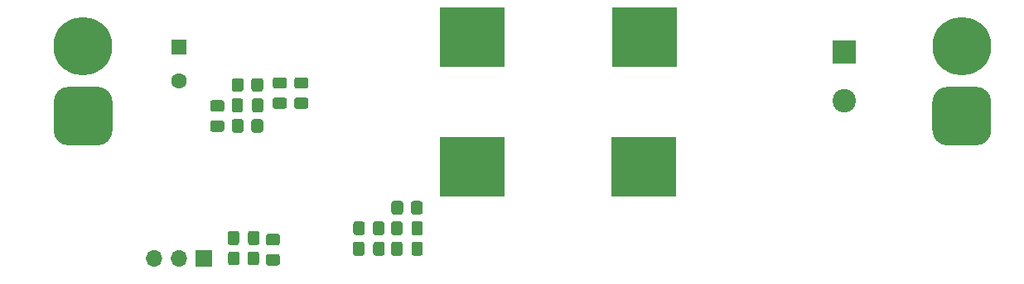
<source format=gbr>
%TF.GenerationSoftware,KiCad,Pcbnew,5.1.10*%
%TF.CreationDate,2021-11-10T11:11:15+01:00*%
%TF.ProjectId,Buck-Boost_12V,4275636b-2d42-46f6-9f73-745f3132562e,rev?*%
%TF.SameCoordinates,Original*%
%TF.FileFunction,Soldermask,Bot*%
%TF.FilePolarity,Negative*%
%FSLAX46Y46*%
G04 Gerber Fmt 4.6, Leading zero omitted, Abs format (unit mm)*
G04 Created by KiCad (PCBNEW 5.1.10) date 2021-11-10 11:11:15*
%MOMM*%
%LPD*%
G01*
G04 APERTURE LIST*
%ADD10C,1.000000*%
%ADD11R,6.598920X6.197600*%
%ADD12O,1.700000X1.700000*%
%ADD13R,1.700000X1.700000*%
%ADD14C,6.000000*%
%ADD15C,2.400000*%
%ADD16R,2.400000X2.400000*%
%ADD17C,1.600000*%
%ADD18R,1.600000X1.600000*%
G04 APERTURE END LIST*
%TO.C,R10*%
G36*
G01*
X128200000Y-80650001D02*
X128200000Y-79749999D01*
G75*
G02*
X128449999Y-79500000I249999J0D01*
G01*
X129150001Y-79500000D01*
G75*
G02*
X129400000Y-79749999I0J-249999D01*
G01*
X129400000Y-80650001D01*
G75*
G02*
X129150001Y-80900000I-249999J0D01*
G01*
X128449999Y-80900000D01*
G75*
G02*
X128200000Y-80650001I0J249999D01*
G01*
G37*
G36*
G01*
X126200000Y-80650001D02*
X126200000Y-79749999D01*
G75*
G02*
X126449999Y-79500000I249999J0D01*
G01*
X127150001Y-79500000D01*
G75*
G02*
X127400000Y-79749999I0J-249999D01*
G01*
X127400000Y-80650001D01*
G75*
G02*
X127150001Y-80900000I-249999J0D01*
G01*
X126449999Y-80900000D01*
G75*
G02*
X126200000Y-80650001I0J249999D01*
G01*
G37*
%TD*%
%TO.C,R9*%
G36*
G01*
X115800000Y-65950001D02*
X115800000Y-65049999D01*
G75*
G02*
X116049999Y-64800000I249999J0D01*
G01*
X116750001Y-64800000D01*
G75*
G02*
X117000000Y-65049999I0J-249999D01*
G01*
X117000000Y-65950001D01*
G75*
G02*
X116750001Y-66200000I-249999J0D01*
G01*
X116049999Y-66200000D01*
G75*
G02*
X115800000Y-65950001I0J249999D01*
G01*
G37*
G36*
G01*
X113800000Y-65950001D02*
X113800000Y-65049999D01*
G75*
G02*
X114049999Y-64800000I249999J0D01*
G01*
X114750001Y-64800000D01*
G75*
G02*
X115000000Y-65049999I0J-249999D01*
G01*
X115000000Y-65950001D01*
G75*
G02*
X114750001Y-66200000I-249999J0D01*
G01*
X114049999Y-66200000D01*
G75*
G02*
X113800000Y-65950001I0J249999D01*
G01*
G37*
%TD*%
%TO.C,R8*%
G36*
G01*
X132100000Y-78550001D02*
X132100000Y-77649999D01*
G75*
G02*
X132349999Y-77400000I249999J0D01*
G01*
X133050001Y-77400000D01*
G75*
G02*
X133300000Y-77649999I0J-249999D01*
G01*
X133300000Y-78550001D01*
G75*
G02*
X133050001Y-78800000I-249999J0D01*
G01*
X132349999Y-78800000D01*
G75*
G02*
X132100000Y-78550001I0J249999D01*
G01*
G37*
G36*
G01*
X130100000Y-78550001D02*
X130100000Y-77649999D01*
G75*
G02*
X130349999Y-77400000I249999J0D01*
G01*
X131050001Y-77400000D01*
G75*
G02*
X131300000Y-77649999I0J-249999D01*
G01*
X131300000Y-78550001D01*
G75*
G02*
X131050001Y-78800000I-249999J0D01*
G01*
X130349999Y-78800000D01*
G75*
G02*
X130100000Y-78550001I0J249999D01*
G01*
G37*
%TD*%
%TO.C,R7*%
G36*
G01*
X114600000Y-82849999D02*
X114600000Y-83750001D01*
G75*
G02*
X114350001Y-84000000I-249999J0D01*
G01*
X113649999Y-84000000D01*
G75*
G02*
X113400000Y-83750001I0J249999D01*
G01*
X113400000Y-82849999D01*
G75*
G02*
X113649999Y-82600000I249999J0D01*
G01*
X114350001Y-82600000D01*
G75*
G02*
X114600000Y-82849999I0J-249999D01*
G01*
G37*
G36*
G01*
X116600000Y-82849999D02*
X116600000Y-83750001D01*
G75*
G02*
X116350001Y-84000000I-249999J0D01*
G01*
X115649999Y-84000000D01*
G75*
G02*
X115400000Y-83750001I0J249999D01*
G01*
X115400000Y-82849999D01*
G75*
G02*
X115649999Y-82600000I249999J0D01*
G01*
X116350001Y-82600000D01*
G75*
G02*
X116600000Y-82849999I0J-249999D01*
G01*
G37*
%TD*%
%TO.C,R6*%
G36*
G01*
X115000000Y-69249999D02*
X115000000Y-70150001D01*
G75*
G02*
X114750001Y-70400000I-249999J0D01*
G01*
X114049999Y-70400000D01*
G75*
G02*
X113800000Y-70150001I0J249999D01*
G01*
X113800000Y-69249999D01*
G75*
G02*
X114049999Y-69000000I249999J0D01*
G01*
X114750001Y-69000000D01*
G75*
G02*
X115000000Y-69249999I0J-249999D01*
G01*
G37*
G36*
G01*
X117000000Y-69249999D02*
X117000000Y-70150001D01*
G75*
G02*
X116750001Y-70400000I-249999J0D01*
G01*
X116049999Y-70400000D01*
G75*
G02*
X115800000Y-70150001I0J249999D01*
G01*
X115800000Y-69249999D01*
G75*
G02*
X116049999Y-69000000I249999J0D01*
G01*
X116750001Y-69000000D01*
G75*
G02*
X117000000Y-69249999I0J-249999D01*
G01*
G37*
%TD*%
D10*
%TO.C,Q4*%
X157170000Y-71360000D03*
X158440000Y-72630000D03*
X155900000Y-73900000D03*
X155900000Y-76440000D03*
X154630000Y-76440000D03*
X155900000Y-71360000D03*
X157170000Y-76440000D03*
X157170000Y-75170000D03*
X157170000Y-73900000D03*
X158440000Y-76440000D03*
X154630000Y-75170000D03*
X154630000Y-73900000D03*
X154630000Y-72630000D03*
X157170000Y-72630000D03*
X158440000Y-73900000D03*
X158440000Y-75170000D03*
X158440000Y-71360000D03*
X153360000Y-75170000D03*
X153360000Y-76440000D03*
D11*
X155900000Y-73900000D03*
D10*
X155900000Y-75170000D03*
X154630000Y-71360000D03*
X153360000Y-71360000D03*
X153360000Y-72630000D03*
X153360000Y-73900000D03*
X155900000Y-72630000D03*
%TD*%
%TO.C,Q3*%
X157270000Y-58060000D03*
X158540000Y-59330000D03*
X156000000Y-60600000D03*
X156000000Y-63140000D03*
X154730000Y-63140000D03*
X156000000Y-58060000D03*
X157270000Y-63140000D03*
X157270000Y-61870000D03*
X157270000Y-60600000D03*
X158540000Y-63140000D03*
X154730000Y-61870000D03*
X154730000Y-60600000D03*
X154730000Y-59330000D03*
X157270000Y-59330000D03*
X158540000Y-60600000D03*
X158540000Y-61870000D03*
X158540000Y-58060000D03*
X153460000Y-61870000D03*
X153460000Y-63140000D03*
D11*
X156000000Y-60600000D03*
D10*
X156000000Y-61870000D03*
X154730000Y-58060000D03*
X153460000Y-58060000D03*
X153460000Y-59330000D03*
X153460000Y-60600000D03*
X156000000Y-59330000D03*
%TD*%
%TO.C,Q2*%
X139670000Y-71360000D03*
X140940000Y-72630000D03*
X138400000Y-73900000D03*
X138400000Y-76440000D03*
X137130000Y-76440000D03*
X138400000Y-71360000D03*
X139670000Y-76440000D03*
X139670000Y-75170000D03*
X139670000Y-73900000D03*
X140940000Y-76440000D03*
X137130000Y-75170000D03*
X137130000Y-73900000D03*
X137130000Y-72630000D03*
X139670000Y-72630000D03*
X140940000Y-73900000D03*
X140940000Y-75170000D03*
X140940000Y-71360000D03*
X135860000Y-75170000D03*
X135860000Y-76440000D03*
D11*
X138400000Y-73900000D03*
D10*
X138400000Y-75170000D03*
X137130000Y-71360000D03*
X135860000Y-71360000D03*
X135860000Y-72630000D03*
X135860000Y-73900000D03*
X138400000Y-72630000D03*
%TD*%
%TO.C,Q1*%
X139670000Y-58060000D03*
X140940000Y-59330000D03*
X138400000Y-60600000D03*
X138400000Y-63140000D03*
X137130000Y-63140000D03*
X138400000Y-58060000D03*
X139670000Y-63140000D03*
X139670000Y-61870000D03*
X139670000Y-60600000D03*
X140940000Y-63140000D03*
X137130000Y-61870000D03*
X137130000Y-60600000D03*
X137130000Y-59330000D03*
X139670000Y-59330000D03*
X140940000Y-60600000D03*
X140940000Y-61870000D03*
X140940000Y-58060000D03*
X135860000Y-61870000D03*
X135860000Y-63140000D03*
D11*
X138400000Y-60600000D03*
D10*
X138400000Y-61870000D03*
X137130000Y-58060000D03*
X135860000Y-58060000D03*
X135860000Y-59330000D03*
X135860000Y-60600000D03*
X138400000Y-59330000D03*
%TD*%
D12*
%TO.C,J3*%
X105820000Y-83300000D03*
X108360000Y-83300000D03*
D13*
X110900000Y-83300000D03*
%TD*%
%TO.C,J2*%
G36*
G01*
X189900000Y-71700000D02*
X186900000Y-71700000D01*
G75*
G02*
X185400000Y-70200000I0J1500000D01*
G01*
X185400000Y-67200000D01*
G75*
G02*
X186900000Y-65700000I1500000J0D01*
G01*
X189900000Y-65700000D01*
G75*
G02*
X191400000Y-67200000I0J-1500000D01*
G01*
X191400000Y-70200000D01*
G75*
G02*
X189900000Y-71700000I-1500000J0D01*
G01*
G37*
D14*
X188400000Y-61500000D03*
%TD*%
%TO.C,J1*%
G36*
G01*
X100100000Y-71700000D02*
X97100000Y-71700000D01*
G75*
G02*
X95600000Y-70200000I0J1500000D01*
G01*
X95600000Y-67200000D01*
G75*
G02*
X97100000Y-65700000I1500000J0D01*
G01*
X100100000Y-65700000D01*
G75*
G02*
X101600000Y-67200000I0J-1500000D01*
G01*
X101600000Y-70200000D01*
G75*
G02*
X100100000Y-71700000I-1500000J0D01*
G01*
G37*
X98600000Y-61500000D03*
%TD*%
D15*
%TO.C,C22*%
X176400000Y-67100000D03*
D16*
X176400000Y-62100000D03*
%TD*%
%TO.C,C16*%
G36*
G01*
X118225000Y-66787500D02*
X119175000Y-66787500D01*
G75*
G02*
X119425000Y-67037500I0J-250000D01*
G01*
X119425000Y-67712500D01*
G75*
G02*
X119175000Y-67962500I-250000J0D01*
G01*
X118225000Y-67962500D01*
G75*
G02*
X117975000Y-67712500I0J250000D01*
G01*
X117975000Y-67037500D01*
G75*
G02*
X118225000Y-66787500I250000J0D01*
G01*
G37*
G36*
G01*
X118225000Y-64712500D02*
X119175000Y-64712500D01*
G75*
G02*
X119425000Y-64962500I0J-250000D01*
G01*
X119425000Y-65637500D01*
G75*
G02*
X119175000Y-65887500I-250000J0D01*
G01*
X118225000Y-65887500D01*
G75*
G02*
X117975000Y-65637500I0J250000D01*
G01*
X117975000Y-64962500D01*
G75*
G02*
X118225000Y-64712500I250000J0D01*
G01*
G37*
%TD*%
%TO.C,C14*%
G36*
G01*
X128250000Y-82775000D02*
X128250000Y-81825000D01*
G75*
G02*
X128500000Y-81575000I250000J0D01*
G01*
X129175000Y-81575000D01*
G75*
G02*
X129425000Y-81825000I0J-250000D01*
G01*
X129425000Y-82775000D01*
G75*
G02*
X129175000Y-83025000I-250000J0D01*
G01*
X128500000Y-83025000D01*
G75*
G02*
X128250000Y-82775000I0J250000D01*
G01*
G37*
G36*
G01*
X126175000Y-82775000D02*
X126175000Y-81825000D01*
G75*
G02*
X126425000Y-81575000I250000J0D01*
G01*
X127100000Y-81575000D01*
G75*
G02*
X127350000Y-81825000I0J-250000D01*
G01*
X127350000Y-82775000D01*
G75*
G02*
X127100000Y-83025000I-250000J0D01*
G01*
X126425000Y-83025000D01*
G75*
G02*
X126175000Y-82775000I0J250000D01*
G01*
G37*
%TD*%
%TO.C,C13*%
G36*
G01*
X132150000Y-82775000D02*
X132150000Y-81825000D01*
G75*
G02*
X132400000Y-81575000I250000J0D01*
G01*
X133075000Y-81575000D01*
G75*
G02*
X133325000Y-81825000I0J-250000D01*
G01*
X133325000Y-82775000D01*
G75*
G02*
X133075000Y-83025000I-250000J0D01*
G01*
X132400000Y-83025000D01*
G75*
G02*
X132150000Y-82775000I0J250000D01*
G01*
G37*
G36*
G01*
X130075000Y-82775000D02*
X130075000Y-81825000D01*
G75*
G02*
X130325000Y-81575000I250000J0D01*
G01*
X131000000Y-81575000D01*
G75*
G02*
X131250000Y-81825000I0J-250000D01*
G01*
X131250000Y-82775000D01*
G75*
G02*
X131000000Y-83025000I-250000J0D01*
G01*
X130325000Y-83025000D01*
G75*
G02*
X130075000Y-82775000I0J250000D01*
G01*
G37*
%TD*%
%TO.C,C12*%
G36*
G01*
X120425000Y-66787500D02*
X121375000Y-66787500D01*
G75*
G02*
X121625000Y-67037500I0J-250000D01*
G01*
X121625000Y-67712500D01*
G75*
G02*
X121375000Y-67962500I-250000J0D01*
G01*
X120425000Y-67962500D01*
G75*
G02*
X120175000Y-67712500I0J250000D01*
G01*
X120175000Y-67037500D01*
G75*
G02*
X120425000Y-66787500I250000J0D01*
G01*
G37*
G36*
G01*
X120425000Y-64712500D02*
X121375000Y-64712500D01*
G75*
G02*
X121625000Y-64962500I0J-250000D01*
G01*
X121625000Y-65637500D01*
G75*
G02*
X121375000Y-65887500I-250000J0D01*
G01*
X120425000Y-65887500D01*
G75*
G02*
X120175000Y-65637500I0J250000D01*
G01*
X120175000Y-64962500D01*
G75*
G02*
X120425000Y-64712500I250000J0D01*
G01*
G37*
%TD*%
%TO.C,C11*%
G36*
G01*
X132150000Y-80675000D02*
X132150000Y-79725000D01*
G75*
G02*
X132400000Y-79475000I250000J0D01*
G01*
X133075000Y-79475000D01*
G75*
G02*
X133325000Y-79725000I0J-250000D01*
G01*
X133325000Y-80675000D01*
G75*
G02*
X133075000Y-80925000I-250000J0D01*
G01*
X132400000Y-80925000D01*
G75*
G02*
X132150000Y-80675000I0J250000D01*
G01*
G37*
G36*
G01*
X130075000Y-80675000D02*
X130075000Y-79725000D01*
G75*
G02*
X130325000Y-79475000I250000J0D01*
G01*
X131000000Y-79475000D01*
G75*
G02*
X131250000Y-79725000I0J-250000D01*
G01*
X131250000Y-80675000D01*
G75*
G02*
X131000000Y-80925000I-250000J0D01*
G01*
X130325000Y-80925000D01*
G75*
G02*
X130075000Y-80675000I0J250000D01*
G01*
G37*
%TD*%
%TO.C,C10*%
G36*
G01*
X115850000Y-68075000D02*
X115850000Y-67125000D01*
G75*
G02*
X116100000Y-66875000I250000J0D01*
G01*
X116775000Y-66875000D01*
G75*
G02*
X117025000Y-67125000I0J-250000D01*
G01*
X117025000Y-68075000D01*
G75*
G02*
X116775000Y-68325000I-250000J0D01*
G01*
X116100000Y-68325000D01*
G75*
G02*
X115850000Y-68075000I0J250000D01*
G01*
G37*
G36*
G01*
X113775000Y-68075000D02*
X113775000Y-67125000D01*
G75*
G02*
X114025000Y-66875000I250000J0D01*
G01*
X114700000Y-66875000D01*
G75*
G02*
X114950000Y-67125000I0J-250000D01*
G01*
X114950000Y-68075000D01*
G75*
G02*
X114700000Y-68325000I-250000J0D01*
G01*
X114025000Y-68325000D01*
G75*
G02*
X113775000Y-68075000I0J250000D01*
G01*
G37*
%TD*%
%TO.C,C9*%
G36*
G01*
X117525000Y-82850000D02*
X118475000Y-82850000D01*
G75*
G02*
X118725000Y-83100000I0J-250000D01*
G01*
X118725000Y-83775000D01*
G75*
G02*
X118475000Y-84025000I-250000J0D01*
G01*
X117525000Y-84025000D01*
G75*
G02*
X117275000Y-83775000I0J250000D01*
G01*
X117275000Y-83100000D01*
G75*
G02*
X117525000Y-82850000I250000J0D01*
G01*
G37*
G36*
G01*
X117525000Y-80775000D02*
X118475000Y-80775000D01*
G75*
G02*
X118725000Y-81025000I0J-250000D01*
G01*
X118725000Y-81700000D01*
G75*
G02*
X118475000Y-81950000I-250000J0D01*
G01*
X117525000Y-81950000D01*
G75*
G02*
X117275000Y-81700000I0J250000D01*
G01*
X117275000Y-81025000D01*
G75*
G02*
X117525000Y-80775000I250000J0D01*
G01*
G37*
%TD*%
%TO.C,C8*%
G36*
G01*
X111825000Y-69150000D02*
X112775000Y-69150000D01*
G75*
G02*
X113025000Y-69400000I0J-250000D01*
G01*
X113025000Y-70075000D01*
G75*
G02*
X112775000Y-70325000I-250000J0D01*
G01*
X111825000Y-70325000D01*
G75*
G02*
X111575000Y-70075000I0J250000D01*
G01*
X111575000Y-69400000D01*
G75*
G02*
X111825000Y-69150000I250000J0D01*
G01*
G37*
G36*
G01*
X111825000Y-67075000D02*
X112775000Y-67075000D01*
G75*
G02*
X113025000Y-67325000I0J-250000D01*
G01*
X113025000Y-68000000D01*
G75*
G02*
X112775000Y-68250000I-250000J0D01*
G01*
X111825000Y-68250000D01*
G75*
G02*
X111575000Y-68000000I0J250000D01*
G01*
X111575000Y-67325000D01*
G75*
G02*
X111825000Y-67075000I250000J0D01*
G01*
G37*
%TD*%
%TO.C,C7*%
G36*
G01*
X114550000Y-80725000D02*
X114550000Y-81675000D01*
G75*
G02*
X114300000Y-81925000I-250000J0D01*
G01*
X113625000Y-81925000D01*
G75*
G02*
X113375000Y-81675000I0J250000D01*
G01*
X113375000Y-80725000D01*
G75*
G02*
X113625000Y-80475000I250000J0D01*
G01*
X114300000Y-80475000D01*
G75*
G02*
X114550000Y-80725000I0J-250000D01*
G01*
G37*
G36*
G01*
X116625000Y-80725000D02*
X116625000Y-81675000D01*
G75*
G02*
X116375000Y-81925000I-250000J0D01*
G01*
X115700000Y-81925000D01*
G75*
G02*
X115450000Y-81675000I0J250000D01*
G01*
X115450000Y-80725000D01*
G75*
G02*
X115700000Y-80475000I250000J0D01*
G01*
X116375000Y-80475000D01*
G75*
G02*
X116625000Y-80725000I0J-250000D01*
G01*
G37*
%TD*%
D17*
%TO.C,C1*%
X108400000Y-65100000D03*
D18*
X108400000Y-61600000D03*
%TD*%
M02*

</source>
